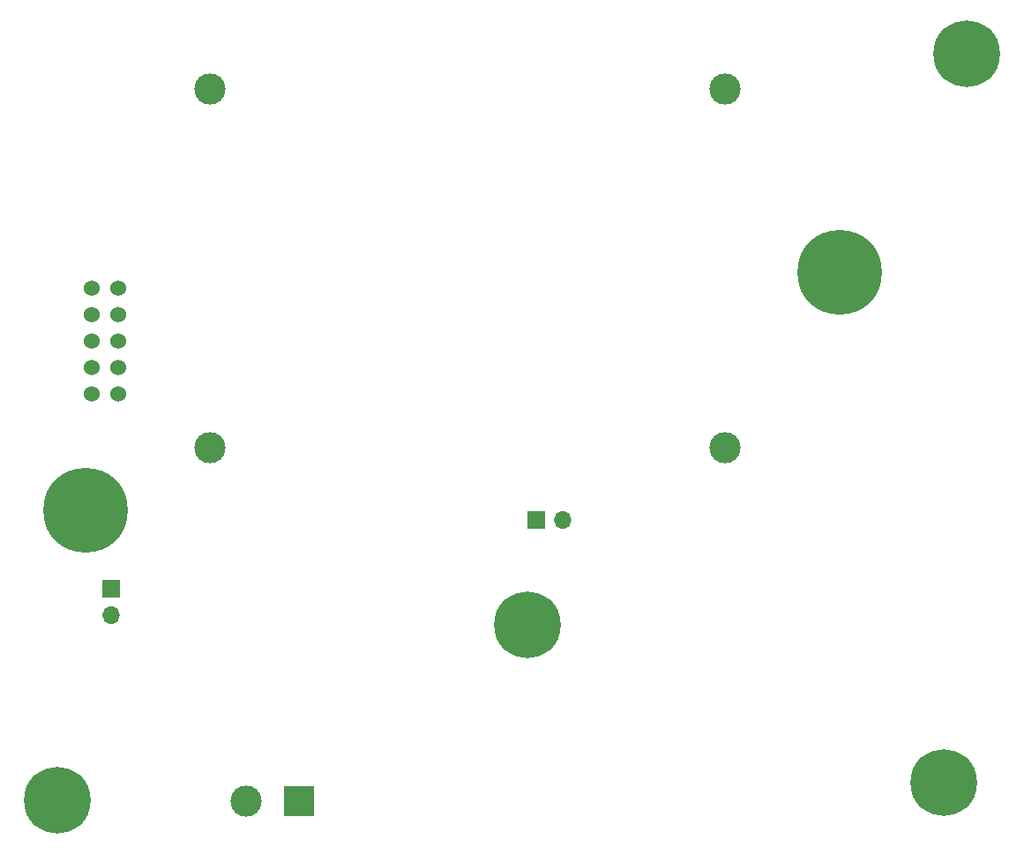
<source format=gbr>
%TF.GenerationSoftware,KiCad,Pcbnew,9.0.0*%
%TF.CreationDate,2026-01-14T19:04:19-06:00*%
%TF.ProjectId,SuppChargerTester,53757070-4368-4617-9267-657254657374,rev?*%
%TF.SameCoordinates,Original*%
%TF.FileFunction,Soldermask,Bot*%
%TF.FilePolarity,Negative*%
%FSLAX46Y46*%
G04 Gerber Fmt 4.6, Leading zero omitted, Abs format (unit mm)*
G04 Created by KiCad (PCBNEW 9.0.0) date 2026-01-14 19:04:19*
%MOMM*%
%LPD*%
G01*
G04 APERTURE LIST*
%ADD10C,8.115000*%
%ADD11C,3.000000*%
%ADD12C,3.600000*%
%ADD13C,6.400000*%
%ADD14R,1.700000X1.700000*%
%ADD15O,1.700000X1.700000*%
%ADD16C,1.524000*%
%ADD17R,3.000000X3.000000*%
G04 APERTURE END LIST*
D10*
%TO.C,J1*%
X240800000Y-89650000D03*
%TD*%
D11*
%TO.C,U3*%
X180370000Y-72010000D03*
X180370000Y-106510000D03*
X229870000Y-72010000D03*
X229870000Y-106510000D03*
%TD*%
D12*
%TO.C,H1*%
X165780000Y-140350000D03*
D13*
X165780000Y-140350000D03*
%TD*%
D12*
%TO.C,H2*%
X253050000Y-68610000D03*
D13*
X253050000Y-68610000D03*
%TD*%
D14*
%TO.C,J4*%
X211750000Y-113440000D03*
D15*
X214290000Y-113440000D03*
%TD*%
D16*
%TO.C,J3*%
X171620000Y-91180000D03*
X169080000Y-91180000D03*
X171620000Y-93720000D03*
X169080000Y-93720000D03*
X171620000Y-96260000D03*
X169080000Y-96260000D03*
X171620000Y-98800000D03*
X169080000Y-98800000D03*
X171620000Y-101340000D03*
X169080000Y-101340000D03*
%TD*%
D14*
%TO.C,J5*%
X170930000Y-120010000D03*
D15*
X170930000Y-122550000D03*
%TD*%
D10*
%TO.C,J2*%
X168483809Y-112500000D03*
%TD*%
D17*
%TO.C,J6*%
X188900000Y-140400000D03*
D11*
X183900000Y-140400000D03*
%TD*%
D12*
%TO.C,U1*%
X210830000Y-123480000D03*
D13*
X210830000Y-123480000D03*
D12*
X250830000Y-138680000D03*
D13*
X250830000Y-138680000D03*
%TD*%
M02*

</source>
